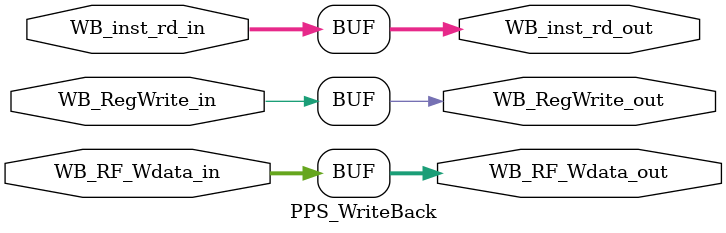
<source format=v>
module PPS_WriteBack
(
  WB_inst_rd_in, 
  WB_RegWrite_in,
  WB_RF_Wdata_in,

  WB_inst_rd_out,
  WB_RegWrite_out,
  WB_RF_Wdata_out
);

parameter RWE_SIZE = 1;

input [31:0] WB_RF_Wdata_in;
input  [4:0] WB_inst_rd_in;
input [RWE_SIZE - 1 : 0] WB_RegWrite_in;

output [31:0] WB_RF_Wdata_out;
output [4:0] WB_inst_rd_out;
output [RWE_SIZE - 1 : 0] WB_RegWrite_out;

assign WB_RF_Wdata_out = WB_RF_Wdata_in;  
assign WB_RegWrite_out = WB_RegWrite_in; 
assign WB_inst_rd_out = WB_inst_rd_in;

endmodule


</source>
